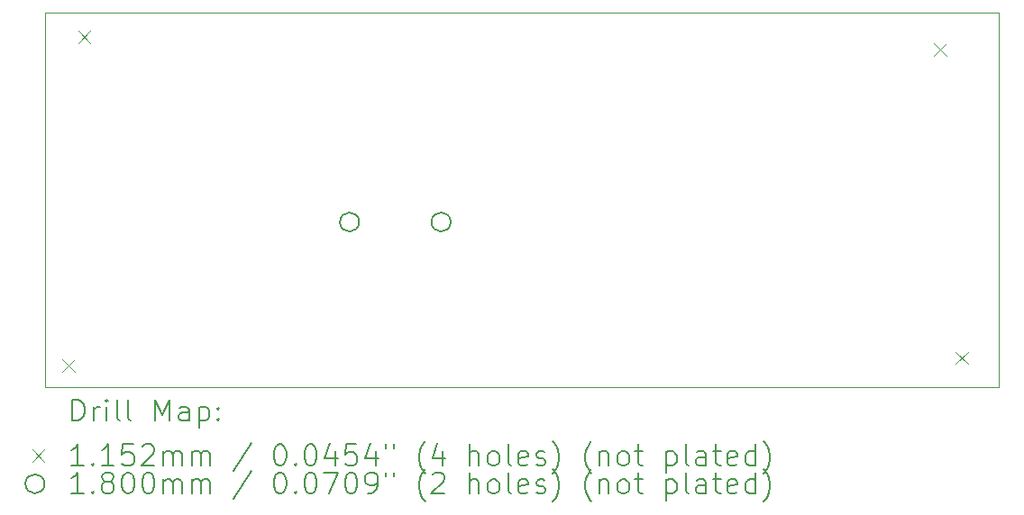
<source format=gbr>
%TF.GenerationSoftware,KiCad,Pcbnew,7.0.9-7.0.9~ubuntu23.10.1*%
%TF.CreationDate,2023-12-22T14:56:49-05:00*%
%TF.ProjectId,buttons,62757474-6f6e-4732-9e6b-696361645f70,rev?*%
%TF.SameCoordinates,Original*%
%TF.FileFunction,Drillmap*%
%TF.FilePolarity,Positive*%
%FSLAX45Y45*%
G04 Gerber Fmt 4.5, Leading zero omitted, Abs format (unit mm)*
G04 Created by KiCad (PCBNEW 7.0.9-7.0.9~ubuntu23.10.1) date 2023-12-22 14:56:49*
%MOMM*%
%LPD*%
G01*
G04 APERTURE LIST*
%ADD10C,0.100000*%
%ADD11C,0.200000*%
%ADD12C,0.115200*%
%ADD13C,0.180000*%
G04 APERTURE END LIST*
D10*
X10290000Y-9050000D02*
X19250000Y-9050000D01*
X19250000Y-12575000D01*
X10290000Y-12575000D01*
X10290000Y-9050000D01*
D11*
D12*
X10452400Y-12312400D02*
X10567600Y-12427600D01*
X10567600Y-12312400D02*
X10452400Y-12427600D01*
X10602400Y-9222400D02*
X10717600Y-9337600D01*
X10717600Y-9222400D02*
X10602400Y-9337600D01*
X18642400Y-9342400D02*
X18757600Y-9457600D01*
X18757600Y-9342400D02*
X18642400Y-9457600D01*
X18842400Y-12242400D02*
X18957600Y-12357600D01*
X18957600Y-12242400D02*
X18842400Y-12357600D01*
D13*
X13240000Y-11022000D02*
G75*
G03*
X13240000Y-11022000I-90000J0D01*
G01*
X14100000Y-11022000D02*
G75*
G03*
X14100000Y-11022000I-90000J0D01*
G01*
D11*
X10545777Y-12891484D02*
X10545777Y-12691484D01*
X10545777Y-12691484D02*
X10593396Y-12691484D01*
X10593396Y-12691484D02*
X10621967Y-12701008D01*
X10621967Y-12701008D02*
X10641015Y-12720055D01*
X10641015Y-12720055D02*
X10650539Y-12739103D01*
X10650539Y-12739103D02*
X10660063Y-12777198D01*
X10660063Y-12777198D02*
X10660063Y-12805769D01*
X10660063Y-12805769D02*
X10650539Y-12843865D01*
X10650539Y-12843865D02*
X10641015Y-12862912D01*
X10641015Y-12862912D02*
X10621967Y-12881960D01*
X10621967Y-12881960D02*
X10593396Y-12891484D01*
X10593396Y-12891484D02*
X10545777Y-12891484D01*
X10745777Y-12891484D02*
X10745777Y-12758150D01*
X10745777Y-12796246D02*
X10755301Y-12777198D01*
X10755301Y-12777198D02*
X10764824Y-12767674D01*
X10764824Y-12767674D02*
X10783872Y-12758150D01*
X10783872Y-12758150D02*
X10802920Y-12758150D01*
X10869586Y-12891484D02*
X10869586Y-12758150D01*
X10869586Y-12691484D02*
X10860063Y-12701008D01*
X10860063Y-12701008D02*
X10869586Y-12710531D01*
X10869586Y-12710531D02*
X10879110Y-12701008D01*
X10879110Y-12701008D02*
X10869586Y-12691484D01*
X10869586Y-12691484D02*
X10869586Y-12710531D01*
X10993396Y-12891484D02*
X10974348Y-12881960D01*
X10974348Y-12881960D02*
X10964824Y-12862912D01*
X10964824Y-12862912D02*
X10964824Y-12691484D01*
X11098158Y-12891484D02*
X11079110Y-12881960D01*
X11079110Y-12881960D02*
X11069586Y-12862912D01*
X11069586Y-12862912D02*
X11069586Y-12691484D01*
X11326729Y-12891484D02*
X11326729Y-12691484D01*
X11326729Y-12691484D02*
X11393396Y-12834341D01*
X11393396Y-12834341D02*
X11460062Y-12691484D01*
X11460062Y-12691484D02*
X11460062Y-12891484D01*
X11641015Y-12891484D02*
X11641015Y-12786722D01*
X11641015Y-12786722D02*
X11631491Y-12767674D01*
X11631491Y-12767674D02*
X11612443Y-12758150D01*
X11612443Y-12758150D02*
X11574348Y-12758150D01*
X11574348Y-12758150D02*
X11555301Y-12767674D01*
X11641015Y-12881960D02*
X11621967Y-12891484D01*
X11621967Y-12891484D02*
X11574348Y-12891484D01*
X11574348Y-12891484D02*
X11555301Y-12881960D01*
X11555301Y-12881960D02*
X11545777Y-12862912D01*
X11545777Y-12862912D02*
X11545777Y-12843865D01*
X11545777Y-12843865D02*
X11555301Y-12824817D01*
X11555301Y-12824817D02*
X11574348Y-12815293D01*
X11574348Y-12815293D02*
X11621967Y-12815293D01*
X11621967Y-12815293D02*
X11641015Y-12805769D01*
X11736253Y-12758150D02*
X11736253Y-12958150D01*
X11736253Y-12767674D02*
X11755301Y-12758150D01*
X11755301Y-12758150D02*
X11793396Y-12758150D01*
X11793396Y-12758150D02*
X11812443Y-12767674D01*
X11812443Y-12767674D02*
X11821967Y-12777198D01*
X11821967Y-12777198D02*
X11831491Y-12796246D01*
X11831491Y-12796246D02*
X11831491Y-12853388D01*
X11831491Y-12853388D02*
X11821967Y-12872436D01*
X11821967Y-12872436D02*
X11812443Y-12881960D01*
X11812443Y-12881960D02*
X11793396Y-12891484D01*
X11793396Y-12891484D02*
X11755301Y-12891484D01*
X11755301Y-12891484D02*
X11736253Y-12881960D01*
X11917205Y-12872436D02*
X11926729Y-12881960D01*
X11926729Y-12881960D02*
X11917205Y-12891484D01*
X11917205Y-12891484D02*
X11907682Y-12881960D01*
X11907682Y-12881960D02*
X11917205Y-12872436D01*
X11917205Y-12872436D02*
X11917205Y-12891484D01*
X11917205Y-12767674D02*
X11926729Y-12777198D01*
X11926729Y-12777198D02*
X11917205Y-12786722D01*
X11917205Y-12786722D02*
X11907682Y-12777198D01*
X11907682Y-12777198D02*
X11917205Y-12767674D01*
X11917205Y-12767674D02*
X11917205Y-12786722D01*
D12*
X10169800Y-13162400D02*
X10285000Y-13277600D01*
X10285000Y-13162400D02*
X10169800Y-13277600D01*
D11*
X10650539Y-13311484D02*
X10536253Y-13311484D01*
X10593396Y-13311484D02*
X10593396Y-13111484D01*
X10593396Y-13111484D02*
X10574348Y-13140055D01*
X10574348Y-13140055D02*
X10555301Y-13159103D01*
X10555301Y-13159103D02*
X10536253Y-13168627D01*
X10736253Y-13292436D02*
X10745777Y-13301960D01*
X10745777Y-13301960D02*
X10736253Y-13311484D01*
X10736253Y-13311484D02*
X10726729Y-13301960D01*
X10726729Y-13301960D02*
X10736253Y-13292436D01*
X10736253Y-13292436D02*
X10736253Y-13311484D01*
X10936253Y-13311484D02*
X10821967Y-13311484D01*
X10879110Y-13311484D02*
X10879110Y-13111484D01*
X10879110Y-13111484D02*
X10860063Y-13140055D01*
X10860063Y-13140055D02*
X10841015Y-13159103D01*
X10841015Y-13159103D02*
X10821967Y-13168627D01*
X11117205Y-13111484D02*
X11021967Y-13111484D01*
X11021967Y-13111484D02*
X11012444Y-13206722D01*
X11012444Y-13206722D02*
X11021967Y-13197198D01*
X11021967Y-13197198D02*
X11041015Y-13187674D01*
X11041015Y-13187674D02*
X11088634Y-13187674D01*
X11088634Y-13187674D02*
X11107682Y-13197198D01*
X11107682Y-13197198D02*
X11117205Y-13206722D01*
X11117205Y-13206722D02*
X11126729Y-13225769D01*
X11126729Y-13225769D02*
X11126729Y-13273388D01*
X11126729Y-13273388D02*
X11117205Y-13292436D01*
X11117205Y-13292436D02*
X11107682Y-13301960D01*
X11107682Y-13301960D02*
X11088634Y-13311484D01*
X11088634Y-13311484D02*
X11041015Y-13311484D01*
X11041015Y-13311484D02*
X11021967Y-13301960D01*
X11021967Y-13301960D02*
X11012444Y-13292436D01*
X11202920Y-13130531D02*
X11212443Y-13121008D01*
X11212443Y-13121008D02*
X11231491Y-13111484D01*
X11231491Y-13111484D02*
X11279110Y-13111484D01*
X11279110Y-13111484D02*
X11298158Y-13121008D01*
X11298158Y-13121008D02*
X11307682Y-13130531D01*
X11307682Y-13130531D02*
X11317205Y-13149579D01*
X11317205Y-13149579D02*
X11317205Y-13168627D01*
X11317205Y-13168627D02*
X11307682Y-13197198D01*
X11307682Y-13197198D02*
X11193396Y-13311484D01*
X11193396Y-13311484D02*
X11317205Y-13311484D01*
X11402920Y-13311484D02*
X11402920Y-13178150D01*
X11402920Y-13197198D02*
X11412443Y-13187674D01*
X11412443Y-13187674D02*
X11431491Y-13178150D01*
X11431491Y-13178150D02*
X11460063Y-13178150D01*
X11460063Y-13178150D02*
X11479110Y-13187674D01*
X11479110Y-13187674D02*
X11488634Y-13206722D01*
X11488634Y-13206722D02*
X11488634Y-13311484D01*
X11488634Y-13206722D02*
X11498158Y-13187674D01*
X11498158Y-13187674D02*
X11517205Y-13178150D01*
X11517205Y-13178150D02*
X11545777Y-13178150D01*
X11545777Y-13178150D02*
X11564824Y-13187674D01*
X11564824Y-13187674D02*
X11574348Y-13206722D01*
X11574348Y-13206722D02*
X11574348Y-13311484D01*
X11669586Y-13311484D02*
X11669586Y-13178150D01*
X11669586Y-13197198D02*
X11679110Y-13187674D01*
X11679110Y-13187674D02*
X11698158Y-13178150D01*
X11698158Y-13178150D02*
X11726729Y-13178150D01*
X11726729Y-13178150D02*
X11745777Y-13187674D01*
X11745777Y-13187674D02*
X11755301Y-13206722D01*
X11755301Y-13206722D02*
X11755301Y-13311484D01*
X11755301Y-13206722D02*
X11764824Y-13187674D01*
X11764824Y-13187674D02*
X11783872Y-13178150D01*
X11783872Y-13178150D02*
X11812443Y-13178150D01*
X11812443Y-13178150D02*
X11831491Y-13187674D01*
X11831491Y-13187674D02*
X11841015Y-13206722D01*
X11841015Y-13206722D02*
X11841015Y-13311484D01*
X12231491Y-13101960D02*
X12060063Y-13359103D01*
X12488634Y-13111484D02*
X12507682Y-13111484D01*
X12507682Y-13111484D02*
X12526729Y-13121008D01*
X12526729Y-13121008D02*
X12536253Y-13130531D01*
X12536253Y-13130531D02*
X12545777Y-13149579D01*
X12545777Y-13149579D02*
X12555301Y-13187674D01*
X12555301Y-13187674D02*
X12555301Y-13235293D01*
X12555301Y-13235293D02*
X12545777Y-13273388D01*
X12545777Y-13273388D02*
X12536253Y-13292436D01*
X12536253Y-13292436D02*
X12526729Y-13301960D01*
X12526729Y-13301960D02*
X12507682Y-13311484D01*
X12507682Y-13311484D02*
X12488634Y-13311484D01*
X12488634Y-13311484D02*
X12469586Y-13301960D01*
X12469586Y-13301960D02*
X12460063Y-13292436D01*
X12460063Y-13292436D02*
X12450539Y-13273388D01*
X12450539Y-13273388D02*
X12441015Y-13235293D01*
X12441015Y-13235293D02*
X12441015Y-13187674D01*
X12441015Y-13187674D02*
X12450539Y-13149579D01*
X12450539Y-13149579D02*
X12460063Y-13130531D01*
X12460063Y-13130531D02*
X12469586Y-13121008D01*
X12469586Y-13121008D02*
X12488634Y-13111484D01*
X12641015Y-13292436D02*
X12650539Y-13301960D01*
X12650539Y-13301960D02*
X12641015Y-13311484D01*
X12641015Y-13311484D02*
X12631491Y-13301960D01*
X12631491Y-13301960D02*
X12641015Y-13292436D01*
X12641015Y-13292436D02*
X12641015Y-13311484D01*
X12774348Y-13111484D02*
X12793396Y-13111484D01*
X12793396Y-13111484D02*
X12812444Y-13121008D01*
X12812444Y-13121008D02*
X12821967Y-13130531D01*
X12821967Y-13130531D02*
X12831491Y-13149579D01*
X12831491Y-13149579D02*
X12841015Y-13187674D01*
X12841015Y-13187674D02*
X12841015Y-13235293D01*
X12841015Y-13235293D02*
X12831491Y-13273388D01*
X12831491Y-13273388D02*
X12821967Y-13292436D01*
X12821967Y-13292436D02*
X12812444Y-13301960D01*
X12812444Y-13301960D02*
X12793396Y-13311484D01*
X12793396Y-13311484D02*
X12774348Y-13311484D01*
X12774348Y-13311484D02*
X12755301Y-13301960D01*
X12755301Y-13301960D02*
X12745777Y-13292436D01*
X12745777Y-13292436D02*
X12736253Y-13273388D01*
X12736253Y-13273388D02*
X12726729Y-13235293D01*
X12726729Y-13235293D02*
X12726729Y-13187674D01*
X12726729Y-13187674D02*
X12736253Y-13149579D01*
X12736253Y-13149579D02*
X12745777Y-13130531D01*
X12745777Y-13130531D02*
X12755301Y-13121008D01*
X12755301Y-13121008D02*
X12774348Y-13111484D01*
X13012444Y-13178150D02*
X13012444Y-13311484D01*
X12964825Y-13101960D02*
X12917206Y-13244817D01*
X12917206Y-13244817D02*
X13041015Y-13244817D01*
X13212444Y-13111484D02*
X13117206Y-13111484D01*
X13117206Y-13111484D02*
X13107682Y-13206722D01*
X13107682Y-13206722D02*
X13117206Y-13197198D01*
X13117206Y-13197198D02*
X13136253Y-13187674D01*
X13136253Y-13187674D02*
X13183872Y-13187674D01*
X13183872Y-13187674D02*
X13202920Y-13197198D01*
X13202920Y-13197198D02*
X13212444Y-13206722D01*
X13212444Y-13206722D02*
X13221967Y-13225769D01*
X13221967Y-13225769D02*
X13221967Y-13273388D01*
X13221967Y-13273388D02*
X13212444Y-13292436D01*
X13212444Y-13292436D02*
X13202920Y-13301960D01*
X13202920Y-13301960D02*
X13183872Y-13311484D01*
X13183872Y-13311484D02*
X13136253Y-13311484D01*
X13136253Y-13311484D02*
X13117206Y-13301960D01*
X13117206Y-13301960D02*
X13107682Y-13292436D01*
X13393396Y-13178150D02*
X13393396Y-13311484D01*
X13345777Y-13101960D02*
X13298158Y-13244817D01*
X13298158Y-13244817D02*
X13421967Y-13244817D01*
X13488634Y-13111484D02*
X13488634Y-13149579D01*
X13564825Y-13111484D02*
X13564825Y-13149579D01*
X13860063Y-13387674D02*
X13850539Y-13378150D01*
X13850539Y-13378150D02*
X13831491Y-13349579D01*
X13831491Y-13349579D02*
X13821968Y-13330531D01*
X13821968Y-13330531D02*
X13812444Y-13301960D01*
X13812444Y-13301960D02*
X13802920Y-13254341D01*
X13802920Y-13254341D02*
X13802920Y-13216246D01*
X13802920Y-13216246D02*
X13812444Y-13168627D01*
X13812444Y-13168627D02*
X13821968Y-13140055D01*
X13821968Y-13140055D02*
X13831491Y-13121008D01*
X13831491Y-13121008D02*
X13850539Y-13092436D01*
X13850539Y-13092436D02*
X13860063Y-13082912D01*
X14021968Y-13178150D02*
X14021968Y-13311484D01*
X13974348Y-13101960D02*
X13926729Y-13244817D01*
X13926729Y-13244817D02*
X14050539Y-13244817D01*
X14279110Y-13311484D02*
X14279110Y-13111484D01*
X14364825Y-13311484D02*
X14364825Y-13206722D01*
X14364825Y-13206722D02*
X14355301Y-13187674D01*
X14355301Y-13187674D02*
X14336253Y-13178150D01*
X14336253Y-13178150D02*
X14307682Y-13178150D01*
X14307682Y-13178150D02*
X14288634Y-13187674D01*
X14288634Y-13187674D02*
X14279110Y-13197198D01*
X14488634Y-13311484D02*
X14469587Y-13301960D01*
X14469587Y-13301960D02*
X14460063Y-13292436D01*
X14460063Y-13292436D02*
X14450539Y-13273388D01*
X14450539Y-13273388D02*
X14450539Y-13216246D01*
X14450539Y-13216246D02*
X14460063Y-13197198D01*
X14460063Y-13197198D02*
X14469587Y-13187674D01*
X14469587Y-13187674D02*
X14488634Y-13178150D01*
X14488634Y-13178150D02*
X14517206Y-13178150D01*
X14517206Y-13178150D02*
X14536253Y-13187674D01*
X14536253Y-13187674D02*
X14545777Y-13197198D01*
X14545777Y-13197198D02*
X14555301Y-13216246D01*
X14555301Y-13216246D02*
X14555301Y-13273388D01*
X14555301Y-13273388D02*
X14545777Y-13292436D01*
X14545777Y-13292436D02*
X14536253Y-13301960D01*
X14536253Y-13301960D02*
X14517206Y-13311484D01*
X14517206Y-13311484D02*
X14488634Y-13311484D01*
X14669587Y-13311484D02*
X14650539Y-13301960D01*
X14650539Y-13301960D02*
X14641015Y-13282912D01*
X14641015Y-13282912D02*
X14641015Y-13111484D01*
X14821968Y-13301960D02*
X14802920Y-13311484D01*
X14802920Y-13311484D02*
X14764825Y-13311484D01*
X14764825Y-13311484D02*
X14745777Y-13301960D01*
X14745777Y-13301960D02*
X14736253Y-13282912D01*
X14736253Y-13282912D02*
X14736253Y-13206722D01*
X14736253Y-13206722D02*
X14745777Y-13187674D01*
X14745777Y-13187674D02*
X14764825Y-13178150D01*
X14764825Y-13178150D02*
X14802920Y-13178150D01*
X14802920Y-13178150D02*
X14821968Y-13187674D01*
X14821968Y-13187674D02*
X14831491Y-13206722D01*
X14831491Y-13206722D02*
X14831491Y-13225769D01*
X14831491Y-13225769D02*
X14736253Y-13244817D01*
X14907682Y-13301960D02*
X14926730Y-13311484D01*
X14926730Y-13311484D02*
X14964825Y-13311484D01*
X14964825Y-13311484D02*
X14983872Y-13301960D01*
X14983872Y-13301960D02*
X14993396Y-13282912D01*
X14993396Y-13282912D02*
X14993396Y-13273388D01*
X14993396Y-13273388D02*
X14983872Y-13254341D01*
X14983872Y-13254341D02*
X14964825Y-13244817D01*
X14964825Y-13244817D02*
X14936253Y-13244817D01*
X14936253Y-13244817D02*
X14917206Y-13235293D01*
X14917206Y-13235293D02*
X14907682Y-13216246D01*
X14907682Y-13216246D02*
X14907682Y-13206722D01*
X14907682Y-13206722D02*
X14917206Y-13187674D01*
X14917206Y-13187674D02*
X14936253Y-13178150D01*
X14936253Y-13178150D02*
X14964825Y-13178150D01*
X14964825Y-13178150D02*
X14983872Y-13187674D01*
X15060063Y-13387674D02*
X15069587Y-13378150D01*
X15069587Y-13378150D02*
X15088634Y-13349579D01*
X15088634Y-13349579D02*
X15098158Y-13330531D01*
X15098158Y-13330531D02*
X15107682Y-13301960D01*
X15107682Y-13301960D02*
X15117206Y-13254341D01*
X15117206Y-13254341D02*
X15117206Y-13216246D01*
X15117206Y-13216246D02*
X15107682Y-13168627D01*
X15107682Y-13168627D02*
X15098158Y-13140055D01*
X15098158Y-13140055D02*
X15088634Y-13121008D01*
X15088634Y-13121008D02*
X15069587Y-13092436D01*
X15069587Y-13092436D02*
X15060063Y-13082912D01*
X15421968Y-13387674D02*
X15412444Y-13378150D01*
X15412444Y-13378150D02*
X15393396Y-13349579D01*
X15393396Y-13349579D02*
X15383872Y-13330531D01*
X15383872Y-13330531D02*
X15374349Y-13301960D01*
X15374349Y-13301960D02*
X15364825Y-13254341D01*
X15364825Y-13254341D02*
X15364825Y-13216246D01*
X15364825Y-13216246D02*
X15374349Y-13168627D01*
X15374349Y-13168627D02*
X15383872Y-13140055D01*
X15383872Y-13140055D02*
X15393396Y-13121008D01*
X15393396Y-13121008D02*
X15412444Y-13092436D01*
X15412444Y-13092436D02*
X15421968Y-13082912D01*
X15498158Y-13178150D02*
X15498158Y-13311484D01*
X15498158Y-13197198D02*
X15507682Y-13187674D01*
X15507682Y-13187674D02*
X15526730Y-13178150D01*
X15526730Y-13178150D02*
X15555301Y-13178150D01*
X15555301Y-13178150D02*
X15574349Y-13187674D01*
X15574349Y-13187674D02*
X15583872Y-13206722D01*
X15583872Y-13206722D02*
X15583872Y-13311484D01*
X15707682Y-13311484D02*
X15688634Y-13301960D01*
X15688634Y-13301960D02*
X15679111Y-13292436D01*
X15679111Y-13292436D02*
X15669587Y-13273388D01*
X15669587Y-13273388D02*
X15669587Y-13216246D01*
X15669587Y-13216246D02*
X15679111Y-13197198D01*
X15679111Y-13197198D02*
X15688634Y-13187674D01*
X15688634Y-13187674D02*
X15707682Y-13178150D01*
X15707682Y-13178150D02*
X15736253Y-13178150D01*
X15736253Y-13178150D02*
X15755301Y-13187674D01*
X15755301Y-13187674D02*
X15764825Y-13197198D01*
X15764825Y-13197198D02*
X15774349Y-13216246D01*
X15774349Y-13216246D02*
X15774349Y-13273388D01*
X15774349Y-13273388D02*
X15764825Y-13292436D01*
X15764825Y-13292436D02*
X15755301Y-13301960D01*
X15755301Y-13301960D02*
X15736253Y-13311484D01*
X15736253Y-13311484D02*
X15707682Y-13311484D01*
X15831492Y-13178150D02*
X15907682Y-13178150D01*
X15860063Y-13111484D02*
X15860063Y-13282912D01*
X15860063Y-13282912D02*
X15869587Y-13301960D01*
X15869587Y-13301960D02*
X15888634Y-13311484D01*
X15888634Y-13311484D02*
X15907682Y-13311484D01*
X16126730Y-13178150D02*
X16126730Y-13378150D01*
X16126730Y-13187674D02*
X16145777Y-13178150D01*
X16145777Y-13178150D02*
X16183873Y-13178150D01*
X16183873Y-13178150D02*
X16202920Y-13187674D01*
X16202920Y-13187674D02*
X16212444Y-13197198D01*
X16212444Y-13197198D02*
X16221968Y-13216246D01*
X16221968Y-13216246D02*
X16221968Y-13273388D01*
X16221968Y-13273388D02*
X16212444Y-13292436D01*
X16212444Y-13292436D02*
X16202920Y-13301960D01*
X16202920Y-13301960D02*
X16183873Y-13311484D01*
X16183873Y-13311484D02*
X16145777Y-13311484D01*
X16145777Y-13311484D02*
X16126730Y-13301960D01*
X16336253Y-13311484D02*
X16317206Y-13301960D01*
X16317206Y-13301960D02*
X16307682Y-13282912D01*
X16307682Y-13282912D02*
X16307682Y-13111484D01*
X16498158Y-13311484D02*
X16498158Y-13206722D01*
X16498158Y-13206722D02*
X16488634Y-13187674D01*
X16488634Y-13187674D02*
X16469587Y-13178150D01*
X16469587Y-13178150D02*
X16431492Y-13178150D01*
X16431492Y-13178150D02*
X16412444Y-13187674D01*
X16498158Y-13301960D02*
X16479111Y-13311484D01*
X16479111Y-13311484D02*
X16431492Y-13311484D01*
X16431492Y-13311484D02*
X16412444Y-13301960D01*
X16412444Y-13301960D02*
X16402920Y-13282912D01*
X16402920Y-13282912D02*
X16402920Y-13263865D01*
X16402920Y-13263865D02*
X16412444Y-13244817D01*
X16412444Y-13244817D02*
X16431492Y-13235293D01*
X16431492Y-13235293D02*
X16479111Y-13235293D01*
X16479111Y-13235293D02*
X16498158Y-13225769D01*
X16564825Y-13178150D02*
X16641015Y-13178150D01*
X16593396Y-13111484D02*
X16593396Y-13282912D01*
X16593396Y-13282912D02*
X16602920Y-13301960D01*
X16602920Y-13301960D02*
X16621968Y-13311484D01*
X16621968Y-13311484D02*
X16641015Y-13311484D01*
X16783873Y-13301960D02*
X16764825Y-13311484D01*
X16764825Y-13311484D02*
X16726730Y-13311484D01*
X16726730Y-13311484D02*
X16707682Y-13301960D01*
X16707682Y-13301960D02*
X16698158Y-13282912D01*
X16698158Y-13282912D02*
X16698158Y-13206722D01*
X16698158Y-13206722D02*
X16707682Y-13187674D01*
X16707682Y-13187674D02*
X16726730Y-13178150D01*
X16726730Y-13178150D02*
X16764825Y-13178150D01*
X16764825Y-13178150D02*
X16783873Y-13187674D01*
X16783873Y-13187674D02*
X16793396Y-13206722D01*
X16793396Y-13206722D02*
X16793396Y-13225769D01*
X16793396Y-13225769D02*
X16698158Y-13244817D01*
X16964825Y-13311484D02*
X16964825Y-13111484D01*
X16964825Y-13301960D02*
X16945777Y-13311484D01*
X16945777Y-13311484D02*
X16907682Y-13311484D01*
X16907682Y-13311484D02*
X16888635Y-13301960D01*
X16888635Y-13301960D02*
X16879111Y-13292436D01*
X16879111Y-13292436D02*
X16869587Y-13273388D01*
X16869587Y-13273388D02*
X16869587Y-13216246D01*
X16869587Y-13216246D02*
X16879111Y-13197198D01*
X16879111Y-13197198D02*
X16888635Y-13187674D01*
X16888635Y-13187674D02*
X16907682Y-13178150D01*
X16907682Y-13178150D02*
X16945777Y-13178150D01*
X16945777Y-13178150D02*
X16964825Y-13187674D01*
X17041016Y-13387674D02*
X17050539Y-13378150D01*
X17050539Y-13378150D02*
X17069587Y-13349579D01*
X17069587Y-13349579D02*
X17079111Y-13330531D01*
X17079111Y-13330531D02*
X17088635Y-13301960D01*
X17088635Y-13301960D02*
X17098158Y-13254341D01*
X17098158Y-13254341D02*
X17098158Y-13216246D01*
X17098158Y-13216246D02*
X17088635Y-13168627D01*
X17088635Y-13168627D02*
X17079111Y-13140055D01*
X17079111Y-13140055D02*
X17069587Y-13121008D01*
X17069587Y-13121008D02*
X17050539Y-13092436D01*
X17050539Y-13092436D02*
X17041016Y-13082912D01*
D13*
X10285000Y-13484000D02*
G75*
G03*
X10285000Y-13484000I-90000J0D01*
G01*
D11*
X10650539Y-13575484D02*
X10536253Y-13575484D01*
X10593396Y-13575484D02*
X10593396Y-13375484D01*
X10593396Y-13375484D02*
X10574348Y-13404055D01*
X10574348Y-13404055D02*
X10555301Y-13423103D01*
X10555301Y-13423103D02*
X10536253Y-13432627D01*
X10736253Y-13556436D02*
X10745777Y-13565960D01*
X10745777Y-13565960D02*
X10736253Y-13575484D01*
X10736253Y-13575484D02*
X10726729Y-13565960D01*
X10726729Y-13565960D02*
X10736253Y-13556436D01*
X10736253Y-13556436D02*
X10736253Y-13575484D01*
X10860063Y-13461198D02*
X10841015Y-13451674D01*
X10841015Y-13451674D02*
X10831491Y-13442150D01*
X10831491Y-13442150D02*
X10821967Y-13423103D01*
X10821967Y-13423103D02*
X10821967Y-13413579D01*
X10821967Y-13413579D02*
X10831491Y-13394531D01*
X10831491Y-13394531D02*
X10841015Y-13385008D01*
X10841015Y-13385008D02*
X10860063Y-13375484D01*
X10860063Y-13375484D02*
X10898158Y-13375484D01*
X10898158Y-13375484D02*
X10917205Y-13385008D01*
X10917205Y-13385008D02*
X10926729Y-13394531D01*
X10926729Y-13394531D02*
X10936253Y-13413579D01*
X10936253Y-13413579D02*
X10936253Y-13423103D01*
X10936253Y-13423103D02*
X10926729Y-13442150D01*
X10926729Y-13442150D02*
X10917205Y-13451674D01*
X10917205Y-13451674D02*
X10898158Y-13461198D01*
X10898158Y-13461198D02*
X10860063Y-13461198D01*
X10860063Y-13461198D02*
X10841015Y-13470722D01*
X10841015Y-13470722D02*
X10831491Y-13480246D01*
X10831491Y-13480246D02*
X10821967Y-13499293D01*
X10821967Y-13499293D02*
X10821967Y-13537388D01*
X10821967Y-13537388D02*
X10831491Y-13556436D01*
X10831491Y-13556436D02*
X10841015Y-13565960D01*
X10841015Y-13565960D02*
X10860063Y-13575484D01*
X10860063Y-13575484D02*
X10898158Y-13575484D01*
X10898158Y-13575484D02*
X10917205Y-13565960D01*
X10917205Y-13565960D02*
X10926729Y-13556436D01*
X10926729Y-13556436D02*
X10936253Y-13537388D01*
X10936253Y-13537388D02*
X10936253Y-13499293D01*
X10936253Y-13499293D02*
X10926729Y-13480246D01*
X10926729Y-13480246D02*
X10917205Y-13470722D01*
X10917205Y-13470722D02*
X10898158Y-13461198D01*
X11060063Y-13375484D02*
X11079110Y-13375484D01*
X11079110Y-13375484D02*
X11098158Y-13385008D01*
X11098158Y-13385008D02*
X11107682Y-13394531D01*
X11107682Y-13394531D02*
X11117205Y-13413579D01*
X11117205Y-13413579D02*
X11126729Y-13451674D01*
X11126729Y-13451674D02*
X11126729Y-13499293D01*
X11126729Y-13499293D02*
X11117205Y-13537388D01*
X11117205Y-13537388D02*
X11107682Y-13556436D01*
X11107682Y-13556436D02*
X11098158Y-13565960D01*
X11098158Y-13565960D02*
X11079110Y-13575484D01*
X11079110Y-13575484D02*
X11060063Y-13575484D01*
X11060063Y-13575484D02*
X11041015Y-13565960D01*
X11041015Y-13565960D02*
X11031491Y-13556436D01*
X11031491Y-13556436D02*
X11021967Y-13537388D01*
X11021967Y-13537388D02*
X11012444Y-13499293D01*
X11012444Y-13499293D02*
X11012444Y-13451674D01*
X11012444Y-13451674D02*
X11021967Y-13413579D01*
X11021967Y-13413579D02*
X11031491Y-13394531D01*
X11031491Y-13394531D02*
X11041015Y-13385008D01*
X11041015Y-13385008D02*
X11060063Y-13375484D01*
X11250539Y-13375484D02*
X11269586Y-13375484D01*
X11269586Y-13375484D02*
X11288634Y-13385008D01*
X11288634Y-13385008D02*
X11298158Y-13394531D01*
X11298158Y-13394531D02*
X11307682Y-13413579D01*
X11307682Y-13413579D02*
X11317205Y-13451674D01*
X11317205Y-13451674D02*
X11317205Y-13499293D01*
X11317205Y-13499293D02*
X11307682Y-13537388D01*
X11307682Y-13537388D02*
X11298158Y-13556436D01*
X11298158Y-13556436D02*
X11288634Y-13565960D01*
X11288634Y-13565960D02*
X11269586Y-13575484D01*
X11269586Y-13575484D02*
X11250539Y-13575484D01*
X11250539Y-13575484D02*
X11231491Y-13565960D01*
X11231491Y-13565960D02*
X11221967Y-13556436D01*
X11221967Y-13556436D02*
X11212443Y-13537388D01*
X11212443Y-13537388D02*
X11202920Y-13499293D01*
X11202920Y-13499293D02*
X11202920Y-13451674D01*
X11202920Y-13451674D02*
X11212443Y-13413579D01*
X11212443Y-13413579D02*
X11221967Y-13394531D01*
X11221967Y-13394531D02*
X11231491Y-13385008D01*
X11231491Y-13385008D02*
X11250539Y-13375484D01*
X11402920Y-13575484D02*
X11402920Y-13442150D01*
X11402920Y-13461198D02*
X11412443Y-13451674D01*
X11412443Y-13451674D02*
X11431491Y-13442150D01*
X11431491Y-13442150D02*
X11460063Y-13442150D01*
X11460063Y-13442150D02*
X11479110Y-13451674D01*
X11479110Y-13451674D02*
X11488634Y-13470722D01*
X11488634Y-13470722D02*
X11488634Y-13575484D01*
X11488634Y-13470722D02*
X11498158Y-13451674D01*
X11498158Y-13451674D02*
X11517205Y-13442150D01*
X11517205Y-13442150D02*
X11545777Y-13442150D01*
X11545777Y-13442150D02*
X11564824Y-13451674D01*
X11564824Y-13451674D02*
X11574348Y-13470722D01*
X11574348Y-13470722D02*
X11574348Y-13575484D01*
X11669586Y-13575484D02*
X11669586Y-13442150D01*
X11669586Y-13461198D02*
X11679110Y-13451674D01*
X11679110Y-13451674D02*
X11698158Y-13442150D01*
X11698158Y-13442150D02*
X11726729Y-13442150D01*
X11726729Y-13442150D02*
X11745777Y-13451674D01*
X11745777Y-13451674D02*
X11755301Y-13470722D01*
X11755301Y-13470722D02*
X11755301Y-13575484D01*
X11755301Y-13470722D02*
X11764824Y-13451674D01*
X11764824Y-13451674D02*
X11783872Y-13442150D01*
X11783872Y-13442150D02*
X11812443Y-13442150D01*
X11812443Y-13442150D02*
X11831491Y-13451674D01*
X11831491Y-13451674D02*
X11841015Y-13470722D01*
X11841015Y-13470722D02*
X11841015Y-13575484D01*
X12231491Y-13365960D02*
X12060063Y-13623103D01*
X12488634Y-13375484D02*
X12507682Y-13375484D01*
X12507682Y-13375484D02*
X12526729Y-13385008D01*
X12526729Y-13385008D02*
X12536253Y-13394531D01*
X12536253Y-13394531D02*
X12545777Y-13413579D01*
X12545777Y-13413579D02*
X12555301Y-13451674D01*
X12555301Y-13451674D02*
X12555301Y-13499293D01*
X12555301Y-13499293D02*
X12545777Y-13537388D01*
X12545777Y-13537388D02*
X12536253Y-13556436D01*
X12536253Y-13556436D02*
X12526729Y-13565960D01*
X12526729Y-13565960D02*
X12507682Y-13575484D01*
X12507682Y-13575484D02*
X12488634Y-13575484D01*
X12488634Y-13575484D02*
X12469586Y-13565960D01*
X12469586Y-13565960D02*
X12460063Y-13556436D01*
X12460063Y-13556436D02*
X12450539Y-13537388D01*
X12450539Y-13537388D02*
X12441015Y-13499293D01*
X12441015Y-13499293D02*
X12441015Y-13451674D01*
X12441015Y-13451674D02*
X12450539Y-13413579D01*
X12450539Y-13413579D02*
X12460063Y-13394531D01*
X12460063Y-13394531D02*
X12469586Y-13385008D01*
X12469586Y-13385008D02*
X12488634Y-13375484D01*
X12641015Y-13556436D02*
X12650539Y-13565960D01*
X12650539Y-13565960D02*
X12641015Y-13575484D01*
X12641015Y-13575484D02*
X12631491Y-13565960D01*
X12631491Y-13565960D02*
X12641015Y-13556436D01*
X12641015Y-13556436D02*
X12641015Y-13575484D01*
X12774348Y-13375484D02*
X12793396Y-13375484D01*
X12793396Y-13375484D02*
X12812444Y-13385008D01*
X12812444Y-13385008D02*
X12821967Y-13394531D01*
X12821967Y-13394531D02*
X12831491Y-13413579D01*
X12831491Y-13413579D02*
X12841015Y-13451674D01*
X12841015Y-13451674D02*
X12841015Y-13499293D01*
X12841015Y-13499293D02*
X12831491Y-13537388D01*
X12831491Y-13537388D02*
X12821967Y-13556436D01*
X12821967Y-13556436D02*
X12812444Y-13565960D01*
X12812444Y-13565960D02*
X12793396Y-13575484D01*
X12793396Y-13575484D02*
X12774348Y-13575484D01*
X12774348Y-13575484D02*
X12755301Y-13565960D01*
X12755301Y-13565960D02*
X12745777Y-13556436D01*
X12745777Y-13556436D02*
X12736253Y-13537388D01*
X12736253Y-13537388D02*
X12726729Y-13499293D01*
X12726729Y-13499293D02*
X12726729Y-13451674D01*
X12726729Y-13451674D02*
X12736253Y-13413579D01*
X12736253Y-13413579D02*
X12745777Y-13394531D01*
X12745777Y-13394531D02*
X12755301Y-13385008D01*
X12755301Y-13385008D02*
X12774348Y-13375484D01*
X12907682Y-13375484D02*
X13041015Y-13375484D01*
X13041015Y-13375484D02*
X12955301Y-13575484D01*
X13155301Y-13375484D02*
X13174348Y-13375484D01*
X13174348Y-13375484D02*
X13193396Y-13385008D01*
X13193396Y-13385008D02*
X13202920Y-13394531D01*
X13202920Y-13394531D02*
X13212444Y-13413579D01*
X13212444Y-13413579D02*
X13221967Y-13451674D01*
X13221967Y-13451674D02*
X13221967Y-13499293D01*
X13221967Y-13499293D02*
X13212444Y-13537388D01*
X13212444Y-13537388D02*
X13202920Y-13556436D01*
X13202920Y-13556436D02*
X13193396Y-13565960D01*
X13193396Y-13565960D02*
X13174348Y-13575484D01*
X13174348Y-13575484D02*
X13155301Y-13575484D01*
X13155301Y-13575484D02*
X13136253Y-13565960D01*
X13136253Y-13565960D02*
X13126729Y-13556436D01*
X13126729Y-13556436D02*
X13117206Y-13537388D01*
X13117206Y-13537388D02*
X13107682Y-13499293D01*
X13107682Y-13499293D02*
X13107682Y-13451674D01*
X13107682Y-13451674D02*
X13117206Y-13413579D01*
X13117206Y-13413579D02*
X13126729Y-13394531D01*
X13126729Y-13394531D02*
X13136253Y-13385008D01*
X13136253Y-13385008D02*
X13155301Y-13375484D01*
X13317206Y-13575484D02*
X13355301Y-13575484D01*
X13355301Y-13575484D02*
X13374348Y-13565960D01*
X13374348Y-13565960D02*
X13383872Y-13556436D01*
X13383872Y-13556436D02*
X13402920Y-13527865D01*
X13402920Y-13527865D02*
X13412444Y-13489769D01*
X13412444Y-13489769D02*
X13412444Y-13413579D01*
X13412444Y-13413579D02*
X13402920Y-13394531D01*
X13402920Y-13394531D02*
X13393396Y-13385008D01*
X13393396Y-13385008D02*
X13374348Y-13375484D01*
X13374348Y-13375484D02*
X13336253Y-13375484D01*
X13336253Y-13375484D02*
X13317206Y-13385008D01*
X13317206Y-13385008D02*
X13307682Y-13394531D01*
X13307682Y-13394531D02*
X13298158Y-13413579D01*
X13298158Y-13413579D02*
X13298158Y-13461198D01*
X13298158Y-13461198D02*
X13307682Y-13480246D01*
X13307682Y-13480246D02*
X13317206Y-13489769D01*
X13317206Y-13489769D02*
X13336253Y-13499293D01*
X13336253Y-13499293D02*
X13374348Y-13499293D01*
X13374348Y-13499293D02*
X13393396Y-13489769D01*
X13393396Y-13489769D02*
X13402920Y-13480246D01*
X13402920Y-13480246D02*
X13412444Y-13461198D01*
X13488634Y-13375484D02*
X13488634Y-13413579D01*
X13564825Y-13375484D02*
X13564825Y-13413579D01*
X13860063Y-13651674D02*
X13850539Y-13642150D01*
X13850539Y-13642150D02*
X13831491Y-13613579D01*
X13831491Y-13613579D02*
X13821968Y-13594531D01*
X13821968Y-13594531D02*
X13812444Y-13565960D01*
X13812444Y-13565960D02*
X13802920Y-13518341D01*
X13802920Y-13518341D02*
X13802920Y-13480246D01*
X13802920Y-13480246D02*
X13812444Y-13432627D01*
X13812444Y-13432627D02*
X13821968Y-13404055D01*
X13821968Y-13404055D02*
X13831491Y-13385008D01*
X13831491Y-13385008D02*
X13850539Y-13356436D01*
X13850539Y-13356436D02*
X13860063Y-13346912D01*
X13926729Y-13394531D02*
X13936253Y-13385008D01*
X13936253Y-13385008D02*
X13955301Y-13375484D01*
X13955301Y-13375484D02*
X14002920Y-13375484D01*
X14002920Y-13375484D02*
X14021968Y-13385008D01*
X14021968Y-13385008D02*
X14031491Y-13394531D01*
X14031491Y-13394531D02*
X14041015Y-13413579D01*
X14041015Y-13413579D02*
X14041015Y-13432627D01*
X14041015Y-13432627D02*
X14031491Y-13461198D01*
X14031491Y-13461198D02*
X13917206Y-13575484D01*
X13917206Y-13575484D02*
X14041015Y-13575484D01*
X14279110Y-13575484D02*
X14279110Y-13375484D01*
X14364825Y-13575484D02*
X14364825Y-13470722D01*
X14364825Y-13470722D02*
X14355301Y-13451674D01*
X14355301Y-13451674D02*
X14336253Y-13442150D01*
X14336253Y-13442150D02*
X14307682Y-13442150D01*
X14307682Y-13442150D02*
X14288634Y-13451674D01*
X14288634Y-13451674D02*
X14279110Y-13461198D01*
X14488634Y-13575484D02*
X14469587Y-13565960D01*
X14469587Y-13565960D02*
X14460063Y-13556436D01*
X14460063Y-13556436D02*
X14450539Y-13537388D01*
X14450539Y-13537388D02*
X14450539Y-13480246D01*
X14450539Y-13480246D02*
X14460063Y-13461198D01*
X14460063Y-13461198D02*
X14469587Y-13451674D01*
X14469587Y-13451674D02*
X14488634Y-13442150D01*
X14488634Y-13442150D02*
X14517206Y-13442150D01*
X14517206Y-13442150D02*
X14536253Y-13451674D01*
X14536253Y-13451674D02*
X14545777Y-13461198D01*
X14545777Y-13461198D02*
X14555301Y-13480246D01*
X14555301Y-13480246D02*
X14555301Y-13537388D01*
X14555301Y-13537388D02*
X14545777Y-13556436D01*
X14545777Y-13556436D02*
X14536253Y-13565960D01*
X14536253Y-13565960D02*
X14517206Y-13575484D01*
X14517206Y-13575484D02*
X14488634Y-13575484D01*
X14669587Y-13575484D02*
X14650539Y-13565960D01*
X14650539Y-13565960D02*
X14641015Y-13546912D01*
X14641015Y-13546912D02*
X14641015Y-13375484D01*
X14821968Y-13565960D02*
X14802920Y-13575484D01*
X14802920Y-13575484D02*
X14764825Y-13575484D01*
X14764825Y-13575484D02*
X14745777Y-13565960D01*
X14745777Y-13565960D02*
X14736253Y-13546912D01*
X14736253Y-13546912D02*
X14736253Y-13470722D01*
X14736253Y-13470722D02*
X14745777Y-13451674D01*
X14745777Y-13451674D02*
X14764825Y-13442150D01*
X14764825Y-13442150D02*
X14802920Y-13442150D01*
X14802920Y-13442150D02*
X14821968Y-13451674D01*
X14821968Y-13451674D02*
X14831491Y-13470722D01*
X14831491Y-13470722D02*
X14831491Y-13489769D01*
X14831491Y-13489769D02*
X14736253Y-13508817D01*
X14907682Y-13565960D02*
X14926730Y-13575484D01*
X14926730Y-13575484D02*
X14964825Y-13575484D01*
X14964825Y-13575484D02*
X14983872Y-13565960D01*
X14983872Y-13565960D02*
X14993396Y-13546912D01*
X14993396Y-13546912D02*
X14993396Y-13537388D01*
X14993396Y-13537388D02*
X14983872Y-13518341D01*
X14983872Y-13518341D02*
X14964825Y-13508817D01*
X14964825Y-13508817D02*
X14936253Y-13508817D01*
X14936253Y-13508817D02*
X14917206Y-13499293D01*
X14917206Y-13499293D02*
X14907682Y-13480246D01*
X14907682Y-13480246D02*
X14907682Y-13470722D01*
X14907682Y-13470722D02*
X14917206Y-13451674D01*
X14917206Y-13451674D02*
X14936253Y-13442150D01*
X14936253Y-13442150D02*
X14964825Y-13442150D01*
X14964825Y-13442150D02*
X14983872Y-13451674D01*
X15060063Y-13651674D02*
X15069587Y-13642150D01*
X15069587Y-13642150D02*
X15088634Y-13613579D01*
X15088634Y-13613579D02*
X15098158Y-13594531D01*
X15098158Y-13594531D02*
X15107682Y-13565960D01*
X15107682Y-13565960D02*
X15117206Y-13518341D01*
X15117206Y-13518341D02*
X15117206Y-13480246D01*
X15117206Y-13480246D02*
X15107682Y-13432627D01*
X15107682Y-13432627D02*
X15098158Y-13404055D01*
X15098158Y-13404055D02*
X15088634Y-13385008D01*
X15088634Y-13385008D02*
X15069587Y-13356436D01*
X15069587Y-13356436D02*
X15060063Y-13346912D01*
X15421968Y-13651674D02*
X15412444Y-13642150D01*
X15412444Y-13642150D02*
X15393396Y-13613579D01*
X15393396Y-13613579D02*
X15383872Y-13594531D01*
X15383872Y-13594531D02*
X15374349Y-13565960D01*
X15374349Y-13565960D02*
X15364825Y-13518341D01*
X15364825Y-13518341D02*
X15364825Y-13480246D01*
X15364825Y-13480246D02*
X15374349Y-13432627D01*
X15374349Y-13432627D02*
X15383872Y-13404055D01*
X15383872Y-13404055D02*
X15393396Y-13385008D01*
X15393396Y-13385008D02*
X15412444Y-13356436D01*
X15412444Y-13356436D02*
X15421968Y-13346912D01*
X15498158Y-13442150D02*
X15498158Y-13575484D01*
X15498158Y-13461198D02*
X15507682Y-13451674D01*
X15507682Y-13451674D02*
X15526730Y-13442150D01*
X15526730Y-13442150D02*
X15555301Y-13442150D01*
X15555301Y-13442150D02*
X15574349Y-13451674D01*
X15574349Y-13451674D02*
X15583872Y-13470722D01*
X15583872Y-13470722D02*
X15583872Y-13575484D01*
X15707682Y-13575484D02*
X15688634Y-13565960D01*
X15688634Y-13565960D02*
X15679111Y-13556436D01*
X15679111Y-13556436D02*
X15669587Y-13537388D01*
X15669587Y-13537388D02*
X15669587Y-13480246D01*
X15669587Y-13480246D02*
X15679111Y-13461198D01*
X15679111Y-13461198D02*
X15688634Y-13451674D01*
X15688634Y-13451674D02*
X15707682Y-13442150D01*
X15707682Y-13442150D02*
X15736253Y-13442150D01*
X15736253Y-13442150D02*
X15755301Y-13451674D01*
X15755301Y-13451674D02*
X15764825Y-13461198D01*
X15764825Y-13461198D02*
X15774349Y-13480246D01*
X15774349Y-13480246D02*
X15774349Y-13537388D01*
X15774349Y-13537388D02*
X15764825Y-13556436D01*
X15764825Y-13556436D02*
X15755301Y-13565960D01*
X15755301Y-13565960D02*
X15736253Y-13575484D01*
X15736253Y-13575484D02*
X15707682Y-13575484D01*
X15831492Y-13442150D02*
X15907682Y-13442150D01*
X15860063Y-13375484D02*
X15860063Y-13546912D01*
X15860063Y-13546912D02*
X15869587Y-13565960D01*
X15869587Y-13565960D02*
X15888634Y-13575484D01*
X15888634Y-13575484D02*
X15907682Y-13575484D01*
X16126730Y-13442150D02*
X16126730Y-13642150D01*
X16126730Y-13451674D02*
X16145777Y-13442150D01*
X16145777Y-13442150D02*
X16183873Y-13442150D01*
X16183873Y-13442150D02*
X16202920Y-13451674D01*
X16202920Y-13451674D02*
X16212444Y-13461198D01*
X16212444Y-13461198D02*
X16221968Y-13480246D01*
X16221968Y-13480246D02*
X16221968Y-13537388D01*
X16221968Y-13537388D02*
X16212444Y-13556436D01*
X16212444Y-13556436D02*
X16202920Y-13565960D01*
X16202920Y-13565960D02*
X16183873Y-13575484D01*
X16183873Y-13575484D02*
X16145777Y-13575484D01*
X16145777Y-13575484D02*
X16126730Y-13565960D01*
X16336253Y-13575484D02*
X16317206Y-13565960D01*
X16317206Y-13565960D02*
X16307682Y-13546912D01*
X16307682Y-13546912D02*
X16307682Y-13375484D01*
X16498158Y-13575484D02*
X16498158Y-13470722D01*
X16498158Y-13470722D02*
X16488634Y-13451674D01*
X16488634Y-13451674D02*
X16469587Y-13442150D01*
X16469587Y-13442150D02*
X16431492Y-13442150D01*
X16431492Y-13442150D02*
X16412444Y-13451674D01*
X16498158Y-13565960D02*
X16479111Y-13575484D01*
X16479111Y-13575484D02*
X16431492Y-13575484D01*
X16431492Y-13575484D02*
X16412444Y-13565960D01*
X16412444Y-13565960D02*
X16402920Y-13546912D01*
X16402920Y-13546912D02*
X16402920Y-13527865D01*
X16402920Y-13527865D02*
X16412444Y-13508817D01*
X16412444Y-13508817D02*
X16431492Y-13499293D01*
X16431492Y-13499293D02*
X16479111Y-13499293D01*
X16479111Y-13499293D02*
X16498158Y-13489769D01*
X16564825Y-13442150D02*
X16641015Y-13442150D01*
X16593396Y-13375484D02*
X16593396Y-13546912D01*
X16593396Y-13546912D02*
X16602920Y-13565960D01*
X16602920Y-13565960D02*
X16621968Y-13575484D01*
X16621968Y-13575484D02*
X16641015Y-13575484D01*
X16783873Y-13565960D02*
X16764825Y-13575484D01*
X16764825Y-13575484D02*
X16726730Y-13575484D01*
X16726730Y-13575484D02*
X16707682Y-13565960D01*
X16707682Y-13565960D02*
X16698158Y-13546912D01*
X16698158Y-13546912D02*
X16698158Y-13470722D01*
X16698158Y-13470722D02*
X16707682Y-13451674D01*
X16707682Y-13451674D02*
X16726730Y-13442150D01*
X16726730Y-13442150D02*
X16764825Y-13442150D01*
X16764825Y-13442150D02*
X16783873Y-13451674D01*
X16783873Y-13451674D02*
X16793396Y-13470722D01*
X16793396Y-13470722D02*
X16793396Y-13489769D01*
X16793396Y-13489769D02*
X16698158Y-13508817D01*
X16964825Y-13575484D02*
X16964825Y-13375484D01*
X16964825Y-13565960D02*
X16945777Y-13575484D01*
X16945777Y-13575484D02*
X16907682Y-13575484D01*
X16907682Y-13575484D02*
X16888635Y-13565960D01*
X16888635Y-13565960D02*
X16879111Y-13556436D01*
X16879111Y-13556436D02*
X16869587Y-13537388D01*
X16869587Y-13537388D02*
X16869587Y-13480246D01*
X16869587Y-13480246D02*
X16879111Y-13461198D01*
X16879111Y-13461198D02*
X16888635Y-13451674D01*
X16888635Y-13451674D02*
X16907682Y-13442150D01*
X16907682Y-13442150D02*
X16945777Y-13442150D01*
X16945777Y-13442150D02*
X16964825Y-13451674D01*
X17041016Y-13651674D02*
X17050539Y-13642150D01*
X17050539Y-13642150D02*
X17069587Y-13613579D01*
X17069587Y-13613579D02*
X17079111Y-13594531D01*
X17079111Y-13594531D02*
X17088635Y-13565960D01*
X17088635Y-13565960D02*
X17098158Y-13518341D01*
X17098158Y-13518341D02*
X17098158Y-13480246D01*
X17098158Y-13480246D02*
X17088635Y-13432627D01*
X17088635Y-13432627D02*
X17079111Y-13404055D01*
X17079111Y-13404055D02*
X17069587Y-13385008D01*
X17069587Y-13385008D02*
X17050539Y-13356436D01*
X17050539Y-13356436D02*
X17041016Y-13346912D01*
M02*

</source>
